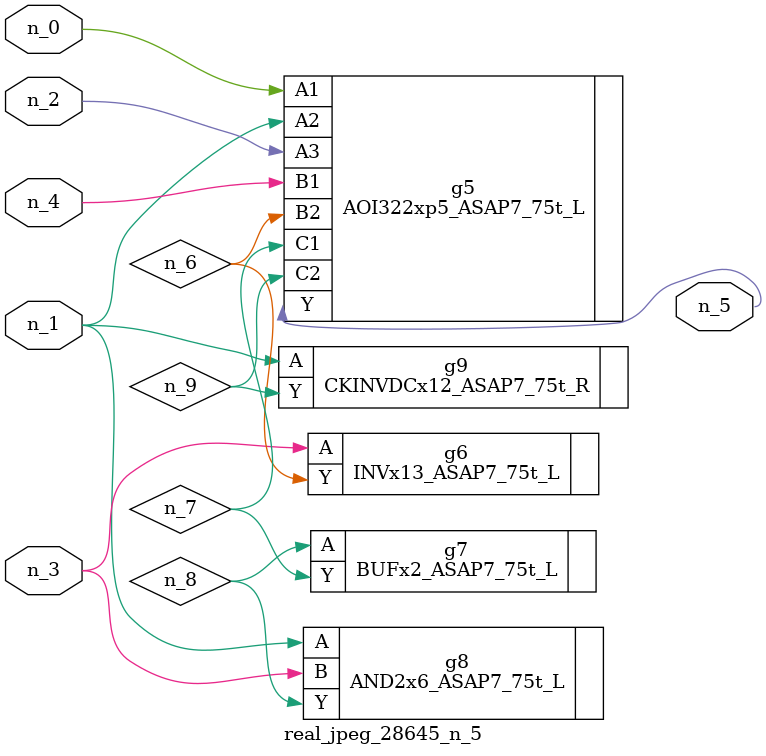
<source format=v>
module real_jpeg_28645_n_5 (n_4, n_0, n_1, n_2, n_3, n_5);

input n_4;
input n_0;
input n_1;
input n_2;
input n_3;

output n_5;

wire n_8;
wire n_6;
wire n_7;
wire n_9;

AOI322xp5_ASAP7_75t_L g5 ( 
.A1(n_0),
.A2(n_1),
.A3(n_2),
.B1(n_4),
.B2(n_6),
.C1(n_7),
.C2(n_9),
.Y(n_5)
);

AND2x6_ASAP7_75t_L g8 ( 
.A(n_1),
.B(n_3),
.Y(n_8)
);

CKINVDCx12_ASAP7_75t_R g9 ( 
.A(n_1),
.Y(n_9)
);

INVx13_ASAP7_75t_L g6 ( 
.A(n_3),
.Y(n_6)
);

BUFx2_ASAP7_75t_L g7 ( 
.A(n_8),
.Y(n_7)
);


endmodule
</source>
